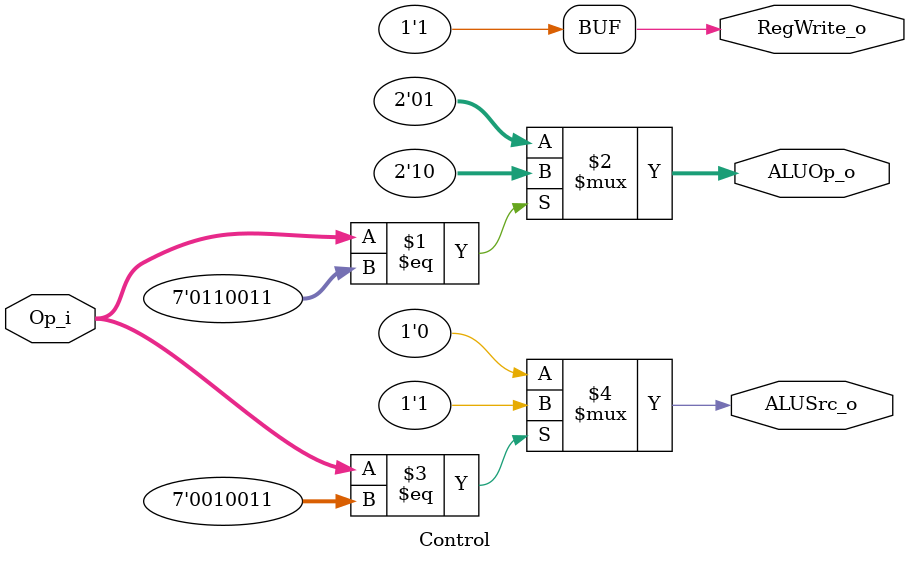
<source format=v>
module Control(Op_i, ALUOp_o, ALUSrc_o, RegWrite_o );
    input [6:0] Op_i;
    output [1:0] ALUOp_o;
    output ALUSrc_o;
    output RegWrite_o;

    assign ALUOp_o = (Op_i == 7'b0110011)? 2'b10 : 2'b01;
    assign ALUSrc_o =(Op_i == 7'b0010011)? 1'b1 : 1'b0;
    assign RegWrite_o = 1'b1; 



endmodule

</source>
